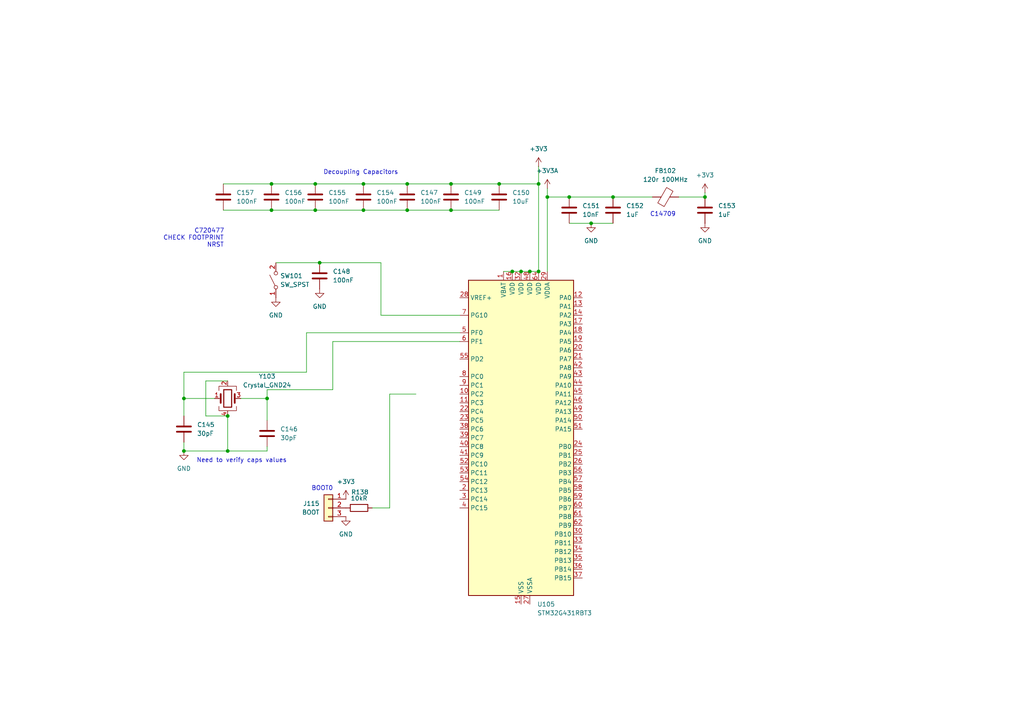
<source format=kicad_sch>
(kicad_sch (version 20250114) (generator "eeschema") (generator_version "9.0")
  (paper "A4")
  (lib_symbols
    (symbol "Connector_Generic:Conn_01x03" (pin_names (offset 1.016) (hide yes))
      (property "Reference" "J" (at 0 5.08 0))
      (property "Value" "Conn_01x03" (at 0 -5.08 0))
      (symbol "Conn_01x03_1_1"
        (rectangle (start -1.27 3.81) (end 1.27 -3.81) (stroke (width 0.254)) (fill (type background)))
        (rectangle (start -1.27 2.667) (end 0 2.413) (stroke (width 0.1524)))
        (rectangle (start -1.27 0.127) (end 0 -0.127) (stroke (width 0.1524)))
        (rectangle (start -1.27 -2.413) (end 0 -2.667) (stroke (width 0.1524)))
        (pin passive line (at -5.08 2.54 0) (length 3.81) (name "Pin_1") (number "1"))
        (pin passive line (at -5.08 0 0) (length 3.81) (name "Pin_2") (number "2"))
        (pin passive line (at -5.08 -2.54 0) (length 3.81) (name "Pin_3") (number "3"))
      )
    )
    (symbol "Device:C" (pin_numbers (hide yes)) (pin_names (offset 0.254))
      (property "Reference" "C" (at 0.635 2.54 0))
      (property "Value" "C" (at 0.635 -2.54 0))
      (symbol "C_0_1"
        (polyline (pts (xy -2.032 0.762) (xy 2.032 0.762)) (stroke (width 0.508)))
        (polyline (pts (xy -2.032 -0.762) (xy 2.032 -0.762)) (stroke (width 0.508)))
      )
      (symbol "C_1_1"
        (pin passive line (at 0 3.81 270) (length 2.794) (name "~") (number "1"))
        (pin passive line (at 0 -3.81 90) (length 2.794) (name "~") (number "2"))
      )
    )
    (symbol "Device:Crystal_GND24" (pin_names (offset 1.016) (hide yes))
      (property "Reference" "Y" (at 3.175 5.08 0))
      (property "Value" "Crystal_GND24" (at 3.175 3.175 0))
      (symbol "Crystal_GND24_0_1"
        (polyline (pts (xy -2.54 2.286) (xy -2.54 3.556) (xy 2.54 3.556) (xy 2.54 2.286)))
        (polyline (pts (xy -2.54 0) (xy -2.032 0)))
        (polyline (pts (xy -2.54 -2.286) (xy -2.54 -3.556) (xy 2.54 -3.556) (xy 2.54 -2.286)))
        (polyline (pts (xy -2.032 -1.27) (xy -2.032 1.27)) (stroke (width 0.508)))
        (rectangle (start -1.143 2.54) (end 1.143 -2.54) (stroke (width 0.3048)))
        (polyline (pts (xy 0 3.556) (xy 0 3.81)))
        (polyline (pts (xy 0 -3.81) (xy 0 -3.556)))
        (polyline (pts (xy 2.032 0) (xy 2.54 0)))
        (polyline (pts (xy 2.032 -1.27) (xy 2.032 1.27)) (stroke (width 0.508)))
      )
      (symbol "Crystal_GND24_1_1"
        (pin passive line (at -3.81 0 0) (length 1.27) (name "1") (number "1"))
        (pin passive line (at 0 5.08 270) (length 1.27) (name "2") (number "2"))
        (pin passive line (at 0 -5.08 90) (length 1.27) (name "4") (number "4"))
        (pin passive line (at 3.81 0 180) (length 1.27) (name "3") (number "3"))
      )
    )
    (symbol "Device:FerriteBead" (pin_numbers (hide yes)) (pin_names (offset 0))
      (property "Reference" "FB" (at -3.81 0.635 90))
      (property "Value" "FerriteBead" (at 3.81 0 90))
      (symbol "FerriteBead_0_1"
        (polyline (pts (xy -2.7686 0.4064) (xy -1.7018 2.2606) (xy 2.7686 -0.3048) (xy 1.6764 -2.159) (xy -2.7686 0.4064)))
        (polyline (pts (xy 0 1.27) (xy 0 1.2954)))
        (polyline (pts (xy 0 -1.27) (xy 0 -1.2192)))
      )
      (symbol "FerriteBead_1_1"
        (pin passive line (at 0 3.81 270) (length 2.54) (name "~") (number "1"))
        (pin passive line (at 0 -3.81 90) (length 2.54) (name "~") (number "2"))
      )
    )
    (symbol "Device:R" (pin_numbers (hide yes)) (pin_names (offset 0))
      (property "Reference" "R" (at 2.032 0 90))
      (property "Value" "R" (at 0 0 90))
      (symbol "R_0_1"
        (rectangle (start -1.016 -2.54) (end 1.016 2.54) (stroke (width 0.254)))
      )
      (symbol "R_1_1"
        (pin passive line (at 0 3.81 270) (length 1.27) (name "~") (number "1"))
        (pin passive line (at 0 -3.81 90) (length 1.27) (name "~") (number "2"))
      )
    )
    (symbol "MCU_ST_STM32G4:STM32G431RBTx"
      (property "Reference" "U" (at -15.24 46.99 0))
      (property "Value" "STM32G431RBTx" (at 10.16 46.99 0))
      (symbol "STM32G431RBTx_0_1"
        (rectangle (start -15.24 -45.72) (end 15.24 45.72) (stroke (width 0.254)) (fill (type background)))
      )
      (symbol "STM32G431RBTx_1_1"
        (pin input line (at -17.78 40.64 0) (length 2.54) (name "VREF+") (number "28"))
        (pin bidirectional line (at -17.78 35.56 0) (length 2.54) (name "PG10") (number "7"))
        (pin bidirectional line (at -17.78 30.48 0) (length 2.54) (name "PF0") (number "5"))
        (pin bidirectional line (at -17.78 27.94 0) (length 2.54) (name "PF1") (number "6"))
        (pin bidirectional line (at -17.78 22.86 0) (length 2.54) (name "PD2") (number "55"))
        (pin bidirectional line (at -17.78 17.78 0) (length 2.54) (name "PC0") (number "8"))
        (pin bidirectional line (at -17.78 15.24 0) (length 2.54) (name "PC1") (number "9"))
        (pin bidirectional line (at -17.78 12.7 0) (length 2.54) (name "PC2") (number "10"))
        (pin bidirectional line (at -17.78 10.16 0) (length 2.54) (name "PC3") (number "11"))
        (pin bidirectional line (at -17.78 7.62 0) (length 2.54) (name "PC4") (number "22"))
        (pin bidirectional line (at -17.78 5.08 0) (length 2.54) (name "PC5") (number "23"))
        (pin bidirectional line (at -17.78 2.54 0) (length 2.54) (name "PC6") (number "38"))
        (pin bidirectional line (at -17.78 0 0) (length 2.54) (name "PC7") (number "39"))
        (pin bidirectional line (at -17.78 -2.54 0) (length 2.54) (name "PC8") (number "40"))
        (pin bidirectional line (at -17.78 -5.08 0) (length 2.54) (name "PC9") (number "41"))
        (pin bidirectional line (at -17.78 -7.62 0) (length 2.54) (name "PC10") (number "52"))
        (pin bidirectional line (at -17.78 -10.16 0) (length 2.54) (name "PC11") (number "53"))
        (pin bidirectional line (at -17.78 -12.7 0) (length 2.54) (name "PC12") (number "54"))
        (pin bidirectional line (at -17.78 -15.24 0) (length 2.54) (name "PC13") (number "2"))
        (pin bidirectional line (at -17.78 -17.78 0) (length 2.54) (name "PC14") (number "3"))
        (pin bidirectional line (at -17.78 -20.32 0) (length 2.54) (name "PC15") (number "4"))
        (pin power_in line (at -5.08 48.26 270) (length 2.54) (name "VBAT") (number "1"))
        (pin power_in line (at -2.54 48.26 270) (length 2.54) (name "VDD") (number "16"))
        (pin power_in line (at 0 48.26 270) (length 2.54) (name "VDD") (number "32"))
        (pin power_in line (at 0 -48.26 90) (length 2.54) (name "VSS") (number "15"))
        (pin passive line (at 0 -48.26 90) (length 2.54) (hide yes) (name "VSS") (number "31"))
        (pin passive line (at 0 -48.26 90) (length 2.54) (hide yes) (name "VSS") (number "47"))
        (pin passive line (at 0 -48.26 90) (length 2.54) (hide yes) (name "VSS") (number "63"))
        (pin power_in line (at 2.54 48.26 270) (length 2.54) (name "VDD") (number "48"))
        (pin power_in line (at 2.54 -48.26 90) (length 2.54) (name "VSSA") (number "27"))
        (pin power_in line (at 5.08 48.26 270) (length 2.54) (name "VDD") (number "64"))
        (pin power_in line (at 7.62 48.26 270) (length 2.54) (name "VDDA") (number "29"))
        (pin bidirectional line (at 17.78 40.64 180) (length 2.54) (name "PA0") (number "12"))
        (pin bidirectional line (at 17.78 38.1 180) (length 2.54) (name "PA1") (number "13"))
        (pin bidirectional line (at 17.78 35.56 180) (length 2.54) (name "PA2") (number "14"))
        (pin bidirectional line (at 17.78 33.02 180) (length 2.54) (name "PA3") (number "17"))
        (pin bidirectional line (at 17.78 30.48 180) (length 2.54) (name "PA4") (number "18"))
        (pin bidirectional line (at 17.78 27.94 180) (length 2.54) (name "PA5") (number "19"))
        (pin bidirectional line (at 17.78 25.4 180) (length 2.54) (name "PA6") (number "20"))
        (pin bidirectional line (at 17.78 22.86 180) (length 2.54) (name "PA7") (number "21"))
        (pin bidirectional line (at 17.78 20.32 180) (length 2.54) (name "PA8") (number "42"))
        (pin bidirectional line (at 17.78 17.78 180) (length 2.54) (name "PA9") (number "43"))
        (pin bidirectional line (at 17.78 15.24 180) (length 2.54) (name "PA10") (number "44"))
        (pin bidirectional line (at 17.78 12.7 180) (length 2.54) (name "PA11") (number "45"))
        (pin bidirectional line (at 17.78 10.16 180) (length 2.54) (name "PA12") (number "46"))
        (pin bidirectional line (at 17.78 7.62 180) (length 2.54) (name "PA13") (number "49"))
        (pin bidirectional line (at 17.78 5.08 180) (length 2.54) (name "PA14") (number "50"))
        (pin bidirectional line (at 17.78 2.54 180) (length 2.54) (name "PA15") (number "51"))
        (pin bidirectional line (at 17.78 -2.54 180) (length 2.54) (name "PB0") (number "24"))
        (pin bidirectional line (at 17.78 -5.08 180) (length 2.54) (name "PB1") (number "25"))
        (pin bidirectional line (at 17.78 -7.62 180) (length 2.54) (name "PB2") (number "26"))
        (pin bidirectional line (at 17.78 -10.16 180) (length 2.54) (name "PB3") (number "56"))
        (pin bidirectional line (at 17.78 -12.7 180) (length 2.54) (name "PB4") (number "57"))
        (pin bidirectional line (at 17.78 -15.24 180) (length 2.54) (name "PB5") (number "58"))
        (pin bidirectional line (at 17.78 -17.78 180) (length 2.54) (name "PB6") (number "59"))
        (pin bidirectional line (at 17.78 -20.32 180) (length 2.54) (name "PB7") (number "60"))
        (pin bidirectional line (at 17.78 -22.86 180) (length 2.54) (name "PB8") (number "61"))
        (pin bidirectional line (at 17.78 -25.4 180) (length 2.54) (name "PB9") (number "62"))
        (pin bidirectional line (at 17.78 -27.94 180) (length 2.54) (name "PB10") (number "30"))
        (pin bidirectional line (at 17.78 -30.48 180) (length 2.54) (name "PB11") (number "33"))
        (pin bidirectional line (at 17.78 -33.02 180) (length 2.54) (name "PB12") (number "34"))
        (pin bidirectional line (at 17.78 -35.56 180) (length 2.54) (name "PB13") (number "35"))
        (pin bidirectional line (at 17.78 -38.1 180) (length 2.54) (name "PB14") (number "36"))
        (pin bidirectional line (at 17.78 -40.64 180) (length 2.54) (name "PB15") (number "37"))
      )
    )
    (symbol "Switch:SW_SPST" (pin_names (offset 0) (hide yes))
      (property "Reference" "SW" (at 0 3.175 0))
      (property "Value" "SW_SPST" (at 0 -2.54 0))
      (symbol "SW_SPST_0_0"
        (circle (center -2.032 0) (radius 0.508))
        (polyline (pts (xy -1.524 0.254) (xy 1.524 1.778)))
        (circle (center 2.032 0) (radius 0.508))
      )
      (symbol "SW_SPST_1_1"
        (pin passive line (at -5.08 0 0) (length 2.54) (name "A") (number "1"))
        (pin passive line (at 5.08 0 180) (length 2.54) (name "B") (number "2"))
      )
    )
    (symbol "power:+3V3" (power) (pin_numbers (hide yes)) (pin_names (offset 0) (hide yes))
      (property "Value" "+3V3" (at 0 3.556 0))
      (symbol "+3V3_0_1"
        (polyline (pts (xy -0.762 1.27) (xy 0 2.54)))
        (polyline (pts (xy 0 2.54) (xy 0.762 1.27)))
        (polyline (pts (xy 0 0) (xy 0 2.54)))
      )
      (symbol "+3V3_1_1"
        (pin power_in line (at 0 0 90) (length 0) (name "~") (number "1"))
      )
    )
    (symbol "power:GND" (power) (pin_numbers (hide yes)) (pin_names (offset 0) (hide yes))
      (property "Value" "GND" (at 0 -3.81 0))
      (symbol "GND_0_1"
        (polyline (pts (xy 0 0) (xy 0 -1.27) (xy 1.27 -1.27) (xy 0 -2.54) (xy -1.27 -1.27) (xy 0 -1.27)))
      )
      (symbol "GND_1_1"
        (pin power_in line (at 0 0 270) (length 0) (name "~") (number "1"))
      )
    )
  )
  (text "CHECK FOOTPRINT" (at 56.134 69.088 0) (effects (font (size 1.27 1.27))))
  (text "C14709" (at 192.278 62.23 0) (effects (font (size 1.27 1.27))))
  (text "C720477" (at 60.706 67.056 0) (effects (font (size 1.27 1.27))))
  (text "Need to verify caps values\n" (at 70.104 133.604 0) (effects (font (size 1.27 1.27))))
  (text "Decoupling Capacitors" (at 104.648 50.038 0) (effects (font (size 1.27 1.27))))
  (text "NRST" (at 62.484 71.12 0) (effects (font (size 1.27 1.27))))
  (text "BOOT0" (at 93.472 141.732 0) (effects (font (size 1.27 1.27))))
  (junction (at 204.47 57.15))
  (junction (at 156.21 78.74))
  (junction (at 118.11 53.34))
  (junction (at 92.71 76.2))
  (junction (at 165.1 57.15))
  (junction (at 177.8 57.15))
  (junction (at 53.34 115.57))
  (junction (at 53.34 130.81))
  (junction (at 77.47 115.57))
  (junction (at 156.21 53.34))
  (junction (at 144.78 53.34))
  (junction (at 78.74 53.34))
  (junction (at 118.11 60.96))
  (junction (at 171.45 64.77))
  (junction (at 153.67 78.74))
  (junction (at 148.59 78.74))
  (junction (at 91.44 53.34))
  (junction (at 66.04 130.81))
  (junction (at 151.13 78.74))
  (junction (at 105.41 53.34))
  (junction (at 66.04 120.65))
  (junction (at 130.81 60.96))
  (junction (at 91.44 60.96))
  (junction (at 158.75 57.15))
  (junction (at 105.41 60.96))
  (junction (at 78.74 60.96))
  (junction (at 130.81 53.34))
  (wire (pts (xy 118.11 53.34) (xy 130.81 53.34)))
  (wire (pts (xy 105.41 60.96) (xy 118.11 60.96)))
  (wire (pts (xy 113.03 114.3) (xy 113.03 147.32)))
  (wire (pts (xy 66.04 130.81) (xy 77.47 130.81)))
  (wire (pts (xy 196.85 57.15) (xy 204.47 57.15)))
  (wire (pts (xy 77.47 113.03) (xy 77.47 115.57)))
  (wire (pts (xy 77.47 121.92) (xy 77.47 115.57)))
  (wire (pts (xy 91.44 53.34) (xy 105.41 53.34)))
  (wire (pts (xy 158.75 54.61) (xy 158.75 57.15)))
  (wire (pts (xy 53.34 115.57) (xy 62.23 115.57)))
  (wire (pts (xy 105.41 53.34) (xy 118.11 53.34)))
  (wire (pts (xy 113.03 147.32) (xy 107.95 147.32)))
  (wire (pts (xy 118.11 60.96) (xy 130.81 60.96)))
  (wire (pts (xy 64.77 53.34) (xy 78.74 53.34)))
  (wire (pts (xy 165.1 57.15) (xy 177.8 57.15)))
  (wire (pts (xy 78.74 53.34) (xy 91.44 53.34)))
  (wire (pts (xy 59.69 120.65) (xy 66.04 120.65)))
  (wire (pts (xy 110.49 91.44) (xy 133.35 91.44)))
  (wire (pts (xy 148.59 78.74) (xy 151.13 78.74)))
  (wire (pts (xy 59.69 110.49) (xy 59.69 120.65)))
  (wire (pts (xy 130.81 53.34) (xy 144.78 53.34)))
  (wire (pts (xy 77.47 113.03) (xy 96.52 113.03)))
  (wire (pts (xy 151.13 78.74) (xy 153.67 78.74)))
  (wire (pts (xy 177.8 57.15) (xy 189.23 57.15)))
  (wire (pts (xy 88.9 107.95) (xy 53.34 107.95)))
  (wire (pts (xy 66.04 120.65) (xy 66.04 130.81)))
  (wire (pts (xy 80.01 76.2) (xy 92.71 76.2)))
  (wire (pts (xy 66.04 110.49) (xy 59.69 110.49)))
  (wire (pts (xy 77.47 130.81) (xy 77.47 129.54)))
  (wire (pts (xy 64.77 60.96) (xy 78.74 60.96)))
  (wire (pts (xy 96.52 99.06) (xy 133.35 99.06)))
  (wire (pts (xy 53.34 107.95) (xy 53.34 115.57)))
  (wire (pts (xy 156.21 53.34) (xy 156.21 78.74)))
  (wire (pts (xy 53.34 128.27) (xy 53.34 130.81)))
  (wire (pts (xy 53.34 120.65) (xy 53.34 115.57)))
  (wire (pts (xy 96.52 113.03) (xy 96.52 99.06)))
  (wire (pts (xy 110.49 76.2) (xy 110.49 91.44)))
  (wire (pts (xy 204.47 55.88) (xy 204.47 57.15)))
  (wire (pts (xy 92.71 76.2) (xy 110.49 76.2)))
  (wire (pts (xy 158.75 57.15) (xy 165.1 57.15)))
  (wire (pts (xy 158.75 57.15) (xy 158.75 78.74)))
  (wire (pts (xy 156.21 48.26) (xy 156.21 53.34)))
  (wire (pts (xy 153.67 78.74) (xy 156.21 78.74)))
  (wire (pts (xy 130.81 60.96) (xy 144.78 60.96)))
  (wire (pts (xy 88.9 107.95) (xy 88.9 96.52)))
  (wire (pts (xy 78.74 60.96) (xy 91.44 60.96)))
  (wire (pts (xy 91.44 60.96) (xy 105.41 60.96)))
  (wire (pts (xy 165.1 64.77) (xy 171.45 64.77)))
  (wire (pts (xy 53.34 130.81) (xy 66.04 130.81)))
  (wire (pts (xy 113.03 114.3) (xy 120.65 114.3)))
  (wire (pts (xy 88.9 96.52) (xy 133.35 96.52)))
  (wire (pts (xy 146.05 78.74) (xy 148.59 78.74)))
  (wire (pts (xy 171.45 64.77) (xy 177.8 64.77)))
  (wire (pts (xy 144.78 53.34) (xy 156.21 53.34)))
  (wire (pts (xy 69.85 115.57) (xy 77.47 115.57)))
  (symbol (lib_id "Device:C") (at 144.78 57.15 0) (unit 1)
    (property "Reference" "C150" (at 148.59 55.8799 0) (effects (justify left)))
    (property "Value" "10uF" (at 148.59 58.4199 0) (effects (justify left)))
    (property "Footprint" "Capacitor_SMD:C_0603_1608Metric" (effects (hide yes)))
    (property "Description" "Unpolarized capacitor" (effects (hide yes)))
  )
  (symbol (lib_id "Device:C") (at 204.47 60.96 0) (unit 1)
    (property "Reference" "C153" (at 208.28 59.6899 0) (effects (justify left)))
    (property "Value" "1uF" (at 208.28 62.2299 0) (effects (justify left)))
    (property "Footprint" "Capacitor_SMD:C_0201_0603Metric" (effects (hide yes)))
    (property "Description" "Unpolarized capacitor" (effects (hide yes)))
  )
  (symbol (lib_id "power:+3V3") (at 204.47 55.88 0) (unit 1)
    (property "Reference" "#PWR0200" (effects (hide yes)))
    (property "Value" "+3V3" (at 204.47 50.8 0))
    (property "Description" "Power symbol creates a global label with name \"+3V3\"" (effects (hide yes)))
  )
  (symbol (lib_id "Device:C") (at 53.34 124.46 0) (unit 1)
    (property "Reference" "C145" (at 57.15 123.1899 0) (effects (justify left)))
    (property "Value" "30pF" (at 57.15 125.7299 0) (effects (justify left)))
    (property "Footprint" "Capacitor_SMD:C_0402_1005Metric" (effects (hide yes)))
    (property "Description" "Unpolarized capacitor" (effects (hide yes)))
  )
  (symbol (lib_id "power:GND") (at 92.71 83.82 0) (unit 1)
    (property "Reference" "#PWR0193" (effects (hide yes)))
    (property "Value" "GND" (at 92.71 88.9 0))
    (property "Description" "Power symbol creates a global label with name \"GND\" , ground" (effects (hide yes)))
  )
  (symbol (lib_id "Switch:SW_SPST") (at 80.01 81.28 90) (unit 1)
    (property "Reference" "SW101" (at 81.28 80.0099 90) (effects (justify right)))
    (property "Value" "SW_SPST" (at 81.28 82.5499 90) (effects (justify right)))
    (property "Footprint" "A1KLibrary:A Stupid Button" (effects (hide yes)))
    (property "Description" "Single Pole Single Throw (SPST) switch" (effects (hide yes)))
  )
  (symbol (lib_id "Device:C") (at 92.71 80.01 0) (unit 1)
    (property "Reference" "C148" (at 96.52 78.7399 0) (effects (justify left)))
    (property "Value" "100nF" (at 96.52 81.2799 0) (effects (justify left)))
    (property "Footprint" "Capacitor_SMD:C_0402_1005Metric" (effects (hide yes)))
    (property "Description" "Unpolarized capacitor" (effects (hide yes)))
  )
  (symbol (lib_id "Device:C") (at 64.77 57.15 0) (unit 1)
    (property "Reference" "C157" (at 68.58 55.8799 0) (effects (justify left)))
    (property "Value" "100nF" (at 68.58 58.4199 0) (effects (justify left)))
    (property "Footprint" "Capacitor_SMD:C_0402_1005Metric" (effects (hide yes)))
    (property "Description" "Unpolarized capacitor" (effects (hide yes)))
  )
  (symbol (lib_id "Device:C") (at 91.44 57.15 0) (unit 1)
    (property "Reference" "C155" (at 95.25 55.8799 0) (effects (justify left)))
    (property "Value" "100nF" (at 95.25 58.4199 0) (effects (justify left)))
    (property "Footprint" "Capacitor_SMD:C_0402_1005Metric" (effects (hide yes)))
    (property "Description" "Unpolarized capacitor" (effects (hide yes)))
  )
  (symbol (lib_id "Device:C") (at 118.11 57.15 0) (unit 1)
    (property "Reference" "C147" (at 121.92 55.8799 0) (effects (justify left)))
    (property "Value" "100nF" (at 121.92 58.4199 0) (effects (justify left)))
    (property "Footprint" "Capacitor_SMD:C_0402_1005Metric" (effects (hide yes)))
    (property "Description" "Unpolarized capacitor" (effects (hide yes)))
  )
  (symbol (lib_id "power:+3V3") (at 158.75 54.61 0) (unit 1)
    (property "Reference" "#PWR0198" (effects (hide yes)))
    (property "Value" "+3V3A" (at 158.75 49.53 0))
    (property "Description" "Power symbol creates a global label with name \"+3V3\"" (effects (hide yes)))
  )
  (symbol (lib_id "power:GND") (at 100.33 149.86 0) (unit 1)
    (property "Reference" "#PWR0195" (effects (hide yes)))
    (property "Value" "GND" (at 100.33 154.94 0))
    (property "Description" "Power symbol creates a global label with name \"GND\" , ground" (effects (hide yes)))
  )
  (symbol (lib_id "Device:C") (at 78.74 57.15 0) (unit 1)
    (property "Reference" "C156" (at 82.55 55.8799 0) (effects (justify left)))
    (property "Value" "100nF" (at 82.55 58.4199 0) (effects (justify left)))
    (property "Footprint" "Capacitor_SMD:C_0402_1005Metric" (effects (hide yes)))
    (property "Description" "Unpolarized capacitor" (effects (hide yes)))
  )
  (symbol (lib_id "Device:C") (at 165.1 60.96 0) (unit 1)
    (property "Reference" "C151" (at 168.91 59.69 0) (effects (justify left)))
    (property "Value" "10nF" (at 168.91 62.2299 0) (effects (justify left)))
    (property "Footprint" "Capacitor_SMD:C_0402_1005Metric" (effects (hide yes)))
    (property "Description" "Unpolarized capacitor" (effects (hide yes)))
  )
  (symbol (lib_id "power:+3V3") (at 100.33 144.78 0) (unit 1)
    (property "Reference" "#PWR0194" (effects (hide yes)))
    (property "Value" "+3V3" (at 100.33 139.7 0))
    (property "Description" "Power symbol creates a global label with name \"+3V3\"" (effects (hide yes)))
  )
  (symbol (lib_id "power:GND") (at 80.01 86.36 0) (unit 1)
    (property "Reference" "#PWR0196" (effects (hide yes)))
    (property "Value" "GND" (at 80.01 91.44 0))
    (property "Description" "Power symbol creates a global label with name \"GND\" , ground" (effects (hide yes)))
  )
  (symbol (lib_id "MCU_ST_STM32G4:STM32G431RBTx") (at 151.13 127 0) (unit 1)
    (property "Reference" "U105" (at 155.8133 175.26 0) (effects (justify left)))
    (property "Value" "STM32G431RBT3" (at 155.8133 177.8 0) (effects (justify left)))
    (property "Footprint" "Package_QFP:LQFP-64_10x10mm_P0.5mm" (effects (hide yes)))
    (property "Datasheet" "https://www.st.com/resource/en/datasheet/stm32g431rb.pdf" (effects (hide yes)))
    (property "Description" "STMicroelectronics Arm Cortex-M4 MCU, 128KB flash, 32KB RAM, 170 MHz, 1.71-3.6V, 52 GPIO, LQFP64" (effects (hide yes)))
  )
  (symbol (lib_id "Device:C") (at 130.81 57.15 0) (unit 1)
    (property "Reference" "C149" (at 134.62 55.8799 0) (effects (justify left)))
    (property "Value" "100nF" (at 134.62 58.4199 0) (effects (justify left)))
    (property "Footprint" "Capacitor_SMD:C_0402_1005Metric" (effects (hide yes)))
    (property "Description" "Unpolarized capacitor" (effects (hide yes)))
  )
  (symbol (lib_id "Device:R") (at 104.14 147.32 90) (unit 1)
    (property "Reference" "R138" (at 104.394 142.748 90))
    (property "Value" "10kR" (at 104.14 144.526 90))
    (property "Footprint" "Resistor_SMD:R_0402_1005Metric" (effects (hide yes)))
    (property "Description" "Resistor" (effects (hide yes)))
  )
  (symbol (lib_id "power:GND") (at 53.34 130.81 0) (unit 1)
    (property "Reference" "#PWR0192" (effects (hide yes)))
    (property "Value" "GND" (at 53.34 135.89 0))
    (property "Description" "Power symbol creates a global label with name \"GND\" , ground" (effects (hide yes)))
  )
  (symbol (lib_id "power:GND") (at 204.47 64.77 0) (unit 1)
    (property "Reference" "#PWR0201" (effects (hide yes)))
    (property "Value" "GND" (at 204.47 69.85 0))
    (property "Description" "Power symbol creates a global label with name \"GND\" , ground" (effects (hide yes)))
  )
  (symbol (lib_id "Device:FerriteBead") (at 193.04 57.15 90) (unit 1)
    (property "Reference" "FB102" (at 192.9892 49.53 90))
    (property "Value" "120r 100MHz" (at 192.9892 52.07 90))
    (property "Footprint" "Capacitor_SMD:C_0603_1608Metric" (effects (hide yes)))
    (property "Description" "Ferrite bead" (effects (hide yes)))
  )
  (symbol (lib_id "Device:C") (at 105.41 57.15 0) (unit 1)
    (property "Reference" "C154" (at 109.22 55.8799 0) (effects (justify left)))
    (property "Value" "100nF" (at 109.22 58.4199 0) (effects (justify left)))
    (property "Footprint" "Capacitor_SMD:C_0402_1005Metric" (effects (hide yes)))
    (property "Description" "Unpolarized capacitor" (effects (hide yes)))
  )
  (symbol (lib_id "Device:Crystal_GND24") (at 66.04 115.57 0) (unit 1)
    (property "Reference" "Y103" (at 77.47 109.1498 0))
    (property "Value" "Crystal_GND24" (at 77.47 111.6898 0))
    (property "Footprint" "Crystal:Crystal_SMD_3225-4Pin_3.2x2.5mm" (effects (hide yes)))
    (property "Description" "Four pin crystal, GND on pins 2 and 4" (effects (hide yes)))
  )
  (symbol (lib_id "power:+3V3") (at 156.21 48.26 0) (unit 1)
    (property "Reference" "#PWR0197" (effects (hide yes)))
    (property "Value" "+3V3" (at 156.21 43.18 0))
    (property "Description" "Power symbol creates a global label with name \"+3V3\"" (effects (hide yes)))
  )
  (symbol (lib_id "Connector_Generic:Conn_01x03") (at 95.25 147.32 0) (mirror y) (unit 1)
    (property "Reference" "J115" (at 92.71 146.0499 0) (effects (justify left)))
    (property "Value" "BOOT" (at 92.71 148.5899 0) (effects (justify left)))
    (property "Footprint" "Connector_PinHeader_2.54mm:PinHeader_1x03_P2.54mm_Vertical" (effects (hide yes)))
    (property "Description" "Generic connector, single row, 01x03, script generated (kicad-library-utils/schlib/autogen/connector/)" (effects (hide yes)))
  )
  (symbol (lib_id "power:GND") (at 171.45 64.77 0) (unit 1)
    (property "Reference" "#PWR0199" (effects (hide yes)))
    (property "Value" "GND" (at 171.45 69.85 0))
    (property "Description" "Power symbol creates a global label with name \"GND\" , ground" (effects (hide yes)))
  )
  (symbol (lib_id "Device:C") (at 77.47 125.73 0) (unit 1)
    (property "Reference" "C146" (at 81.28 124.4599 0) (effects (justify left)))
    (property "Value" "30pF" (at 81.28 126.9999 0) (effects (justify left)))
    (property "Footprint" "Capacitor_SMD:C_0402_1005Metric" (effects (hide yes)))
    (property "Description" "Unpolarized capacitor" (effects (hide yes)))
  )
  (symbol (lib_id "Device:C") (at 177.8 60.96 0) (unit 1)
    (property "Reference" "C152" (at 181.61 59.6899 0) (effects (justify left)))
    (property "Value" "1uF" (at 181.61 62.2299 0) (effects (justify left)))
    (property "Footprint" "Capacitor_SMD:C_0201_0603Metric" (effects (hide yes)))
    (property "Description" "Unpolarized capacitor" (effects (hide yes)))
  )
)
</source>
